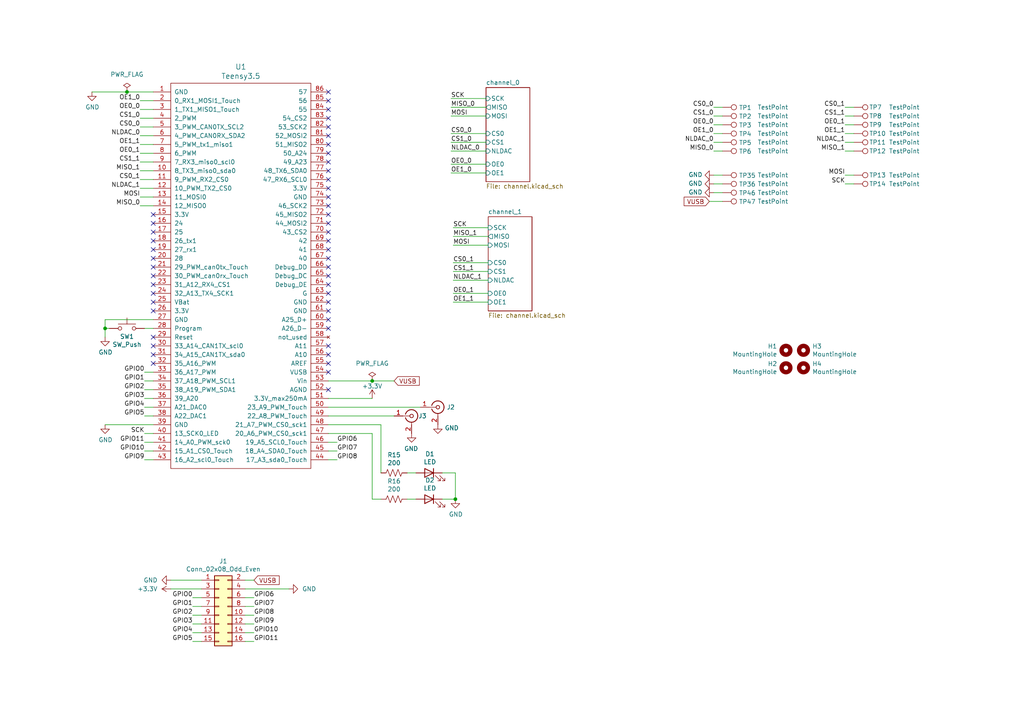
<source format=kicad_sch>
(kicad_sch (version 20230121) (generator eeschema)
  (paper "A4")
  (title_block (title "stimjim") (rev "0.18") (company "Nate Cermak and Jon Newman"))
  (lib_symbols
    (symbol "Connector:Conn_Coaxial" (pin_names (offset 1.016) hide)
      (property "Reference" "J" (at 0.254 3.048 0))
      (property "Value" "Conn_Coaxial" (at 2.921 0 90))
      (symbol "Conn_Coaxial_0_1"
        (arc (start -1.778 -0.508) (mid 0.2311 -1.8066) (end 1.778 0) (stroke (width 0.254)))
        (polyline (pts (xy -2.54 0) (xy -0.508 0)))
        (polyline (pts (xy 0 -2.54) (xy 0 -1.778)))
        (circle (center 0 0) (radius 0.508) (stroke (width 0.2032)))
        (arc (start 1.778 0) (mid 0.2099 1.8101) (end -1.778 0.508) (stroke (width 0.254)))
      )
      (symbol "Conn_Coaxial_1_1"
        (pin passive line (at -5.08 0 0) (length 2.54) (name "In") (number "1"))
        (pin passive line (at 0 -5.08 90) (length 2.54) (name "Ext") (number "2"))
      )
    )
    (symbol "Connector:TestPoint" (pin_numbers hide) (pin_names (offset 0.762) hide)
      (property "Reference" "TP" (at 0 6.858 0))
      (property "Value" "TestPoint" (at 0 5.08 0))
      (symbol "TestPoint_0_1"
        (circle (center 0 3.302) (radius 0.762))
      )
      (symbol "TestPoint_1_1"
        (pin passive line (at 0 0 90) (length 2.54) (name "1") (number "1"))
      )
    )
    (symbol "Connector_Generic:Conn_02x08_Odd_Even" (pin_names (offset 1.016) hide)
      (property "Reference" "J" (at 1.27 10.16 0))
      (property "Value" "Conn_02x08_Odd_Even" (at 1.27 -12.7 0))
      (symbol "Conn_02x08_Odd_Even_1_1"
        (rectangle (start -1.27 -10.033) (end 0 -10.287) (stroke (width 0.1524)))
        (rectangle (start -1.27 -7.493) (end 0 -7.747) (stroke (width 0.1524)))
        (rectangle (start -1.27 -4.953) (end 0 -5.207) (stroke (width 0.1524)))
        (rectangle (start -1.27 -2.413) (end 0 -2.667) (stroke (width 0.1524)))
        (rectangle (start -1.27 0.127) (end 0 -0.127) (stroke (width 0.1524)))
        (rectangle (start -1.27 2.667) (end 0 2.413) (stroke (width 0.1524)))
        (rectangle (start -1.27 5.207) (end 0 4.953) (stroke (width 0.1524)))
        (rectangle (start -1.27 7.747) (end 0 7.493) (stroke (width 0.1524)))
        (rectangle (start -1.27 8.89) (end 3.81 -11.43) (stroke (width 0.254)) (fill (type background)))
        (rectangle (start 3.81 -10.033) (end 2.54 -10.287) (stroke (width 0.1524)))
        (rectangle (start 3.81 -7.493) (end 2.54 -7.747) (stroke (width 0.1524)))
        (rectangle (start 3.81 -4.953) (end 2.54 -5.207) (stroke (width 0.1524)))
        (rectangle (start 3.81 -2.413) (end 2.54 -2.667) (stroke (width 0.1524)))
        (rectangle (start 3.81 0.127) (end 2.54 -0.127) (stroke (width 0.1524)))
        (rectangle (start 3.81 2.667) (end 2.54 2.413) (stroke (width 0.1524)))
        (rectangle (start 3.81 5.207) (end 2.54 4.953) (stroke (width 0.1524)))
        (rectangle (start 3.81 7.747) (end 2.54 7.493) (stroke (width 0.1524)))
        (pin passive line (at -5.08 7.62 0) (length 3.81) (name "Pin_1") (number "1"))
        (pin passive line (at 7.62 -2.54 180) (length 3.81) (name "Pin_10") (number "10"))
        (pin passive line (at -5.08 -5.08 0) (length 3.81) (name "Pin_11") (number "11"))
        (pin passive line (at 7.62 -5.08 180) (length 3.81) (name "Pin_12") (number "12"))
        (pin passive line (at -5.08 -7.62 0) (length 3.81) (name "Pin_13") (number "13"))
        (pin passive line (at 7.62 -7.62 180) (length 3.81) (name "Pin_14") (number "14"))
        (pin passive line (at -5.08 -10.16 0) (length 3.81) (name "Pin_15") (number "15"))
        (pin passive line (at 7.62 -10.16 180) (length 3.81) (name "Pin_16") (number "16"))
        (pin passive line (at 7.62 7.62 180) (length 3.81) (name "Pin_2") (number "2"))
        (pin passive line (at -5.08 5.08 0) (length 3.81) (name "Pin_3") (number "3"))
        (pin passive line (at 7.62 5.08 180) (length 3.81) (name "Pin_4") (number "4"))
        (pin passive line (at -5.08 2.54 0) (length 3.81) (name "Pin_5") (number "5"))
        (pin passive line (at 7.62 2.54 180) (length 3.81) (name "Pin_6") (number "6"))
        (pin passive line (at -5.08 0 0) (length 3.81) (name "Pin_7") (number "7"))
        (pin passive line (at 7.62 0 180) (length 3.81) (name "Pin_8") (number "8"))
        (pin passive line (at -5.08 -2.54 0) (length 3.81) (name "Pin_9") (number "9"))
      )
    )
    (symbol "Device:LED" (pin_numbers hide) (pin_names (offset 1.016) hide)
      (property "Reference" "D" (at 0 2.54 0))
      (property "Value" "LED" (at 0 -2.54 0))
      (symbol "LED_0_1"
        (polyline (pts (xy -1.27 -1.27) (xy -1.27 1.27)) (stroke (width 0.254)))
        (polyline (pts (xy -1.27 0) (xy 1.27 0)))
        (polyline (pts (xy 1.27 -1.27) (xy 1.27 1.27) (xy -1.27 0) (xy 1.27 -1.27)) (stroke (width 0.254)))
        (polyline (pts (xy -3.048 -0.762) (xy -4.572 -2.286) (xy -3.81 -2.286) (xy -4.572 -2.286) (xy -4.572 -1.524)))
        (polyline (pts (xy -1.778 -0.762) (xy -3.302 -2.286) (xy -2.54 -2.286) (xy -3.302 -2.286) (xy -3.302 -1.524)))
      )
      (symbol "LED_1_1"
        (pin passive line (at -3.81 0 0) (length 2.54) (name "K") (number "1"))
        (pin passive line (at 3.81 0 180) (length 2.54) (name "A") (number "2"))
      )
    )
    (symbol "Device:R_US" (pin_numbers hide) (pin_names (offset 0))
      (property "Reference" "R" (at 2.54 0 90))
      (property "Value" "R_US" (at -2.54 0 90))
      (symbol "R_US_0_1"
        (polyline (pts (xy 0 -2.286) (xy 0 -2.54)))
        (polyline (pts (xy 0 2.286) (xy 0 2.54)))
        (polyline (pts (xy 0 -0.762) (xy 1.016 -1.143) (xy 0 -1.524) (xy -1.016 -1.905) (xy 0 -2.286)))
        (polyline (pts (xy 0 0.762) (xy 1.016 0.381) (xy 0 0) (xy -1.016 -0.381) (xy 0 -0.762)))
        (polyline (pts (xy 0 2.286) (xy 1.016 1.905) (xy 0 1.524) (xy -1.016 1.143) (xy 0 0.762)))
      )
      (symbol "R_US_1_1"
        (pin passive line (at 0 3.81 270) (length 1.27) (name "~") (number "1"))
        (pin passive line (at 0 -3.81 90) (length 1.27) (name "~") (number "2"))
      )
    )
    (symbol "Mechanical:MountingHole" (pin_names (offset 1.016))
      (property "Reference" "H" (at 0 5.08 0))
      (property "Value" "MountingHole" (at 0 3.175 0))
      (symbol "MountingHole_0_1"
        (circle (center 0 0) (radius 1.27) (stroke (width 1.27)))
      )
    )
    (symbol "Switch:SW_Push" (pin_numbers hide) (pin_names (offset 1.016) hide)
      (property "Reference" "SW" (at 1.27 2.54 0))
      (property "Value" "SW_Push" (at 0 -1.524 0))
      (symbol "SW_Push_0_1"
        (circle (center -2.032 0) (radius 0.508))
        (polyline (pts (xy 0 1.27) (xy 0 3.048)))
        (polyline (pts (xy 2.54 1.27) (xy -2.54 1.27)))
        (circle (center 2.032 0) (radius 0.508))
        (pin passive line (at -5.08 0 0) (length 2.54) (name "1") (number "1"))
        (pin passive line (at 5.08 0 180) (length 2.54) (name "2") (number "2"))
      )
    )
    (symbol "power:+3.3V" (power) (pin_names (offset 0))
      (property "Value" "+3.3V" (at 0 3.556 0))
      (symbol "+3.3V_0_1"
        (polyline (pts (xy -0.762 1.27) (xy 0 2.54)))
        (polyline (pts (xy 0 0) (xy 0 2.54)))
        (polyline (pts (xy 0 2.54) (xy 0.762 1.27)))
      )
      (symbol "+3.3V_1_1"
        (pin power_in line (at 0 0 90) (length 0) hide (name "+3.3V") (number "1"))
      )
    )
    (symbol "power:GND" (power) (pin_names (offset 0))
      (property "Value" "GND" (at 0 -3.81 0))
      (symbol "GND_0_1"
        (polyline (pts (xy 0 0) (xy 0 -1.27) (xy 1.27 -1.27) (xy 0 -2.54) (xy -1.27 -1.27) (xy 0 -1.27)))
      )
      (symbol "GND_1_1"
        (pin power_in line (at 0 0 270) (length 0) hide (name "GND") (number "1"))
      )
    )
    (symbol "power:PWR_FLAG" (power) (pin_numbers hide) (pin_names (offset 0) hide)
      (property "Value" "PWR_FLAG" (at 0 3.81 0))
      (symbol "PWR_FLAG_0_0"
        (pin power_out line (at 0 0 90) (length 0) (name "pwr") (number "1"))
      )
      (symbol "PWR_FLAG_0_1"
        (polyline (pts (xy 0 0) (xy 0 1.27) (xy -1.016 1.905) (xy 0 2.54) (xy 1.016 1.905) (xy 0 1.27)))
      )
    )
    (symbol "teensy:Teensy3.5" (pin_names (offset 1.016))
      (property "Reference" "U" (at 0 58.42 0))
      (property "Value" "Teensy3.5" (at 0 -58.42 0))
      (symbol "Teensy3.5_0_1"
        (rectangle (start -20.32 55.88) (end 20.32 -55.88))
      )
      (symbol "Teensy3.5_1_1"
        (pin power_in line (at -25.4 53.34 0) (length 5.08) (name "GND") (number "1"))
        (pin bidirectional line (at -25.4 30.48 0) (length 5.08) (name "8_TX3_miso0_sda0") (number "10"))
        (pin bidirectional line (at -25.4 27.94 0) (length 5.08) (name "9_PWM_RX2_CS0") (number "11"))
        (pin bidirectional line (at -25.4 25.4 0) (length 5.08) (name "10_PWM_TX2_CS0") (number "12"))
        (pin bidirectional line (at -25.4 22.86 0) (length 5.08) (name "11_MOSI0") (number "13"))
        (pin bidirectional line (at -25.4 20.32 0) (length 5.08) (name "12_MISO0") (number "14"))
        (pin power_out line (at -25.4 17.78 0) (length 5.08) (name "3.3V") (number "15"))
        (pin bidirectional line (at -25.4 15.24 0) (length 5.08) (name "24") (number "16"))
        (pin bidirectional line (at -25.4 12.7 0) (length 5.08) (name "25") (number "17"))
        (pin bidirectional line (at -25.4 10.16 0) (length 5.08) (name "26_tx1") (number "18"))
        (pin bidirectional line (at -25.4 7.62 0) (length 5.08) (name "27_rx1") (number "19"))
        (pin bidirectional line (at -25.4 50.8 0) (length 5.08) (name "0_RX1_MOSI1_Touch") (number "2"))
        (pin bidirectional line (at -25.4 5.08 0) (length 5.08) (name "28") (number "20"))
        (pin bidirectional line (at -25.4 2.54 0) (length 5.08) (name "29_PWM_can0tx_Touch") (number "21"))
        (pin bidirectional line (at -25.4 0 0) (length 5.08) (name "30_PWM_can0rx_Touch") (number "22"))
        (pin bidirectional line (at -25.4 -2.54 0) (length 5.08) (name "31_A12_RX4_CS1") (number "23"))
        (pin bidirectional line (at -25.4 -5.08 0) (length 5.08) (name "32_A13_TX4_SCK1") (number "24"))
        (pin power_in line (at -25.4 -7.62 0) (length 5.08) (name "VBat") (number "25"))
        (pin power_in line (at -25.4 -10.16 0) (length 5.08) (name "3.3V") (number "26"))
        (pin power_in line (at -25.4 -12.7 0) (length 5.08) (name "GND") (number "27"))
        (pin input line (at -25.4 -15.24 0) (length 5.08) (name "Program") (number "28"))
        (pin input line (at -25.4 -17.78 0) (length 5.08) (name "Reset") (number "29"))
        (pin bidirectional line (at -25.4 48.26 0) (length 5.08) (name "1_TX1_MISO1_Touch") (number "3"))
        (pin bidirectional line (at -25.4 -20.32 0) (length 5.08) (name "33_A14_CAN1TX_scl0") (number "30"))
        (pin bidirectional line (at -25.4 -22.86 0) (length 5.08) (name "34_A15_CAN1TX_sda0") (number "31"))
        (pin bidirectional line (at -25.4 -25.4 0) (length 5.08) (name "35_A16_PWM") (number "32"))
        (pin bidirectional line (at -25.4 -27.94 0) (length 5.08) (name "36_A17_PWM") (number "33"))
        (pin bidirectional line (at -25.4 -30.48 0) (length 5.08) (name "37_A18_PWM_SCL1") (number "34"))
        (pin bidirectional line (at -25.4 -33.02 0) (length 5.08) (name "38_A19_PWM_SDA1") (number "35"))
        (pin bidirectional line (at -25.4 -35.56 0) (length 5.08) (name "39_A20") (number "36"))
        (pin bidirectional line (at -25.4 -38.1 0) (length 5.08) (name "A21_DAC0") (number "37"))
        (pin bidirectional line (at -25.4 -40.64 0) (length 5.08) (name "A22_DAC1") (number "38"))
        (pin power_in line (at -25.4 -43.18 0) (length 5.08) (name "GND") (number "39"))
        (pin bidirectional line (at -25.4 45.72 0) (length 5.08) (name "2_PWM") (number "4"))
        (pin bidirectional line (at -25.4 -45.72 0) (length 5.08) (name "13_SCK0_LED") (number "40"))
        (pin bidirectional line (at -25.4 -48.26 0) (length 5.08) (name "14_A0_PWM_sck0") (number "41"))
        (pin bidirectional line (at -25.4 -50.8 0) (length 5.08) (name "15_A1_CS0_Touch") (number "42"))
        (pin bidirectional line (at -25.4 -53.34 0) (length 5.08) (name "16_A2_scl0_Touch") (number "43"))
        (pin bidirectional line (at 25.4 -53.34 180) (length 5.08) (name "17_A3_sda0_Touch") (number "44"))
        (pin bidirectional line (at 25.4 -50.8 180) (length 5.08) (name "18_A4_SDA0_Touch") (number "45"))
        (pin bidirectional line (at 25.4 -48.26 180) (length 5.08) (name "19_A5_SCL0_Touch") (number "46"))
        (pin bidirectional line (at 25.4 -45.72 180) (length 5.08) (name "20_A6_PWM_CS0_sck1") (number "47"))
        (pin bidirectional line (at 25.4 -43.18 180) (length 5.08) (name "21_A7_PWM_CS0_sck1") (number "48"))
        (pin bidirectional line (at 25.4 -40.64 180) (length 5.08) (name "22_A8_PWM_Touch") (number "49"))
        (pin bidirectional line (at -25.4 43.18 0) (length 5.08) (name "3_PWM_CAN0TX_SCL2") (number "5"))
        (pin bidirectional line (at 25.4 -38.1 180) (length 5.08) (name "23_A9_PWM_Touch") (number "50"))
        (pin power_out line (at 25.4 -35.56 180) (length 5.08) (name "3.3V_max250mA") (number "51"))
        (pin power_out line (at 25.4 -33.02 180) (length 5.08) (name "AGND") (number "52"))
        (pin power_in line (at 25.4 -30.48 180) (length 5.08) (name "Vin") (number "53"))
        (pin power_in line (at 25.4 -27.94 180) (length 5.08) (name "VUSB") (number "54"))
        (pin input line (at 25.4 -25.4 180) (length 5.08) (name "AREF") (number "55"))
        (pin bidirectional line (at 25.4 -22.86 180) (length 5.08) (name "A10") (number "56"))
        (pin bidirectional line (at 25.4 -20.32 180) (length 5.08) (name "A11") (number "57"))
        (pin no_connect line (at 25.4 -17.78 180) (length 5.08) (name "not_used") (number "58"))
        (pin bidirectional line (at 25.4 -15.24 180) (length 5.08) (name "A26_D-") (number "59"))
        (pin bidirectional line (at -25.4 40.64 0) (length 5.08) (name "4_PWM_CAN0RX_SDA2") (number "6"))
        (pin bidirectional line (at 25.4 -12.7 180) (length 5.08) (name "A25_D+") (number "60"))
        (pin power_in line (at 25.4 -10.16 180) (length 5.08) (name "GND") (number "61"))
        (pin power_in line (at 25.4 -7.62 180) (length 5.08) (name "GND") (number "62"))
        (pin power_in line (at 25.4 -5.08 180) (length 5.08) (name "G") (number "63"))
        (pin input line (at 25.4 -2.54 180) (length 5.08) (name "Debug_DE") (number "64"))
        (pin input line (at 25.4 0 180) (length 5.08) (name "Debug_DC") (number "65"))
        (pin input line (at 25.4 2.54 180) (length 5.08) (name "Debug_DD") (number "66"))
        (pin bidirectional line (at 25.4 5.08 180) (length 5.08) (name "40") (number "67"))
        (pin bidirectional line (at 25.4 7.62 180) (length 5.08) (name "41") (number "68"))
        (pin bidirectional line (at 25.4 10.16 180) (length 5.08) (name "42") (number "69"))
        (pin bidirectional line (at -25.4 38.1 0) (length 5.08) (name "5_PWM_tx1_miso1") (number "7"))
        (pin bidirectional line (at 25.4 12.7 180) (length 5.08) (name "43_CS2") (number "70"))
        (pin bidirectional line (at 25.4 15.24 180) (length 5.08) (name "44_MOSI2") (number "71"))
        (pin bidirectional line (at 25.4 17.78 180) (length 5.08) (name "45_MISO2") (number "72"))
        (pin bidirectional line (at 25.4 20.32 180) (length 5.08) (name "46_SCK2") (number "73"))
        (pin power_in line (at 25.4 22.86 180) (length 5.08) (name "GND") (number "74"))
        (pin power_in line (at 25.4 25.4 180) (length 5.08) (name "3.3V") (number "75"))
        (pin bidirectional line (at 25.4 27.94 180) (length 5.08) (name "47_RX6_SCL0") (number "76"))
        (pin bidirectional line (at 25.4 30.48 180) (length 5.08) (name "48_TX6_SDA0") (number "77"))
        (pin bidirectional line (at 25.4 33.02 180) (length 5.08) (name "49_A23") (number "78"))
        (pin bidirectional line (at 25.4 35.56 180) (length 5.08) (name "50_A24") (number "79"))
        (pin bidirectional line (at -25.4 35.56 0) (length 5.08) (name "6_PWM") (number "8"))
        (pin bidirectional line (at 25.4 38.1 180) (length 5.08) (name "51_MISO2") (number "80"))
        (pin bidirectional line (at 25.4 40.64 180) (length 5.08) (name "52_MOSI2") (number "81"))
        (pin bidirectional line (at 25.4 43.18 180) (length 5.08) (name "53_SCK2") (number "82"))
        (pin bidirectional line (at 25.4 45.72 180) (length 5.08) (name "54_CS2") (number "83"))
        (pin bidirectional line (at 25.4 48.26 180) (length 5.08) (name "55") (number "84"))
        (pin bidirectional line (at 25.4 50.8 180) (length 5.08) (name "56") (number "85"))
        (pin bidirectional line (at 25.4 53.34 180) (length 5.08) (name "57") (number "86"))
        (pin bidirectional line (at -25.4 33.02 0) (length 5.08) (name "7_RX3_miso0_scl0") (number "9"))
      )
    )
  )
  (junction (at 30.48 95.25))
  (junction (at 132.08 144.78))
  (junction (at 107.95 110.49))
  (junction (at 36.83 26.67))
  (no_connect (at 95.25 44.45))
  (no_connect (at 95.25 107.95))
  (no_connect (at 95.25 77.47))
  (no_connect (at 95.25 67.31))
  (no_connect (at 44.45 87.63))
  (no_connect (at 44.45 90.17))
  (no_connect (at 44.45 85.09))
  (no_connect (at 44.45 82.55))
  (no_connect (at 44.45 80.01))
  (no_connect (at 44.45 74.93))
  (no_connect (at 44.45 69.85))
  (no_connect (at 44.45 72.39))
  (no_connect (at 44.45 77.47))
  (no_connect (at 44.45 62.23))
  (no_connect (at 44.45 64.77))
  (no_connect (at 44.45 67.31))
  (no_connect (at 44.45 97.79))
  (no_connect (at 44.45 100.33))
  (no_connect (at 44.45 102.87))
  (no_connect (at 44.45 105.41))
  (no_connect (at 95.25 39.37))
  (no_connect (at 95.25 72.39))
  (no_connect (at 95.25 100.33))
  (no_connect (at 95.25 57.15))
  (no_connect (at 95.25 46.99))
  (no_connect (at 95.25 59.69))
  (no_connect (at 95.25 82.55))
  (no_connect (at 95.25 102.87))
  (no_connect (at 95.25 64.77))
  (no_connect (at 95.25 26.67))
  (no_connect (at 95.25 85.09))
  (no_connect (at 95.25 113.03))
  (no_connect (at 95.25 90.17))
  (no_connect (at 95.25 69.85))
  (no_connect (at 95.25 74.93))
  (no_connect (at 95.25 95.25))
  (no_connect (at 95.25 34.29))
  (no_connect (at 95.25 36.83))
  (no_connect (at 95.25 54.61))
  (no_connect (at 95.25 62.23))
  (no_connect (at 95.25 29.21))
  (no_connect (at 95.25 92.71))
  (no_connect (at 95.25 105.41))
  (no_connect (at 95.25 52.07))
  (no_connect (at 95.25 31.75))
  (no_connect (at 95.25 87.63))
  (no_connect (at 95.25 41.91))
  (no_connect (at 95.25 80.01))
  (no_connect (at 95.25 49.53))
  (wire (pts (xy 71.12 180.975) (xy 73.66 180.975)))
  (wire (pts (xy 40.64 39.37) (xy 44.45 39.37)))
  (wire (pts (xy 44.45 92.71) (xy 30.48 92.71)))
  (wire (pts (xy 41.91 125.73) (xy 44.45 125.73)))
  (wire (pts (xy 95.25 123.19) (xy 110.49 123.19)))
  (wire (pts (xy 245.11 41.275) (xy 247.65 41.275)))
  (wire (pts (xy 71.12 173.355) (xy 73.66 173.355)))
  (wire (pts (xy 131.445 68.58) (xy 141.605 68.58)))
  (wire (pts (xy 130.81 33.655) (xy 140.97 33.655)))
  (wire (pts (xy 245.11 43.815) (xy 247.65 43.815)))
  (wire (pts (xy 110.49 123.19) (xy 110.49 137.16)))
  (wire (pts (xy 44.45 118.11) (xy 41.91 118.11)))
  (wire (pts (xy 245.11 53.34) (xy 247.65 53.34)))
  (wire (pts (xy 131.445 78.74) (xy 141.605 78.74)))
  (wire (pts (xy 95.25 125.73) (xy 107.95 125.73)))
  (wire (pts (xy 40.64 59.69) (xy 44.45 59.69)))
  (wire (pts (xy 207.01 38.735) (xy 209.55 38.735)))
  (wire (pts (xy 131.445 76.2) (xy 141.605 76.2)))
  (wire (pts (xy 207.01 31.115) (xy 209.55 31.115)))
  (wire (pts (xy 107.95 125.73) (xy 107.95 144.78)))
  (wire (pts (xy 132.08 137.16) (xy 132.08 144.78)))
  (wire (pts (xy 245.11 33.655) (xy 247.65 33.655)))
  (wire (pts (xy 97.79 128.27) (xy 95.25 128.27)))
  (wire (pts (xy 44.45 26.67) (xy 36.83 26.67)))
  (wire (pts (xy 71.12 183.515) (xy 73.66 183.515)))
  (wire (pts (xy 245.11 36.195) (xy 247.65 36.195)))
  (wire (pts (xy 40.64 29.21) (xy 44.45 29.21)))
  (wire (pts (xy 44.45 113.03) (xy 41.91 113.03)))
  (wire (pts (xy 30.48 92.71) (xy 30.48 95.25)))
  (wire (pts (xy 207.01 43.815) (xy 209.55 43.815)))
  (wire (pts (xy 207.01 41.275) (xy 209.55 41.275)))
  (wire (pts (xy 130.81 38.735) (xy 140.97 38.735)))
  (wire (pts (xy 71.12 178.435) (xy 73.66 178.435)))
  (wire (pts (xy 130.81 28.575) (xy 140.97 28.575)))
  (wire (pts (xy 131.445 66.04) (xy 141.605 66.04)))
  (wire (pts (xy 55.88 173.355) (xy 58.42 173.355)))
  (wire (pts (xy 49.53 170.815) (xy 58.42 170.815)))
  (wire (pts (xy 44.45 107.95) (xy 41.91 107.95)))
  (wire (pts (xy 44.45 46.99) (xy 40.64 46.99)))
  (wire (pts (xy 40.64 31.75) (xy 44.45 31.75)))
  (wire (pts (xy 73.66 168.275) (xy 71.12 168.275)))
  (wire (pts (xy 31.75 95.25) (xy 30.48 95.25)))
  (wire (pts (xy 245.11 31.115) (xy 247.65 31.115)))
  (wire (pts (xy 41.91 120.65) (xy 44.45 120.65)))
  (wire (pts (xy 71.12 175.895) (xy 73.66 175.895)))
  (wire (pts (xy 95.25 120.65) (xy 114.3 120.65)))
  (wire (pts (xy 130.81 41.275) (xy 140.97 41.275)))
  (wire (pts (xy 41.91 128.27) (xy 44.45 128.27)))
  (wire (pts (xy 30.48 95.25) (xy 30.48 97.79)))
  (wire (pts (xy 205.74 58.42) (xy 209.55 58.42)))
  (wire (pts (xy 95.25 118.11) (xy 121.92 118.11)))
  (wire (pts (xy 130.81 47.625) (xy 140.97 47.625)))
  (wire (pts (xy 40.64 52.07) (xy 44.45 52.07)))
  (wire (pts (xy 107.95 110.49) (xy 114.3 110.49)))
  (wire (pts (xy 55.88 178.435) (xy 58.42 178.435)))
  (wire (pts (xy 44.45 41.91) (xy 40.64 41.91)))
  (wire (pts (xy 40.64 49.53) (xy 44.45 49.53)))
  (wire (pts (xy 58.42 168.275) (xy 49.53 168.275)))
  (wire (pts (xy 131.445 85.09) (xy 141.605 85.09)))
  (wire (pts (xy 131.445 81.28) (xy 141.605 81.28)))
  (wire (pts (xy 97.79 130.81) (xy 95.25 130.81)))
  (wire (pts (xy 55.88 175.895) (xy 58.42 175.895)))
  (wire (pts (xy 207.01 53.34) (xy 209.55 53.34)))
  (wire (pts (xy 207.01 50.8) (xy 209.55 50.8)))
  (wire (pts (xy 71.12 186.055) (xy 73.66 186.055)))
  (wire (pts (xy 40.64 36.83) (xy 44.45 36.83)))
  (wire (pts (xy 207.01 55.88) (xy 209.55 55.88)))
  (wire (pts (xy 30.48 123.19) (xy 44.45 123.19)))
  (wire (pts (xy 118.11 144.78) (xy 120.65 144.78)))
  (wire (pts (xy 245.11 50.8) (xy 247.65 50.8)))
  (wire (pts (xy 245.11 38.735) (xy 247.65 38.735)))
  (wire (pts (xy 58.42 186.055) (xy 55.88 186.055)))
  (wire (pts (xy 128.27 144.78) (xy 132.08 144.78)))
  (wire (pts (xy 40.64 34.29) (xy 44.45 34.29)))
  (wire (pts (xy 207.01 36.195) (xy 209.55 36.195)))
  (wire (pts (xy 55.88 180.975) (xy 58.42 180.975)))
  (wire (pts (xy 97.79 133.35) (xy 95.25 133.35)))
  (wire (pts (xy 207.01 33.655) (xy 209.55 33.655)))
  (wire (pts (xy 40.64 54.61) (xy 44.45 54.61)))
  (wire (pts (xy 71.12 170.815) (xy 83.82 170.815)))
  (wire (pts (xy 131.445 71.12) (xy 141.605 71.12)))
  (wire (pts (xy 41.91 115.57) (xy 44.45 115.57)))
  (wire (pts (xy 44.45 57.15) (xy 40.64 57.15)))
  (wire (pts (xy 95.25 110.49) (xy 107.95 110.49)))
  (wire (pts (xy 36.83 26.67) (xy 26.67 26.67)))
  (wire (pts (xy 128.27 137.16) (xy 132.08 137.16)))
  (wire (pts (xy 41.91 95.25) (xy 44.45 95.25)))
  (wire (pts (xy 41.91 133.35) (xy 44.45 133.35)))
  (wire (pts (xy 55.88 183.515) (xy 58.42 183.515)))
  (wire (pts (xy 131.445 87.63) (xy 141.605 87.63)))
  (wire (pts (xy 95.25 115.57) (xy 107.95 115.57)))
  (wire (pts (xy 110.49 144.78) (xy 107.95 144.78)))
  (wire (pts (xy 130.81 43.815) (xy 140.97 43.815)))
  (wire (pts (xy 41.91 130.81) (xy 44.45 130.81)))
  (wire (pts (xy 118.11 137.16) (xy 120.65 137.16)))
  (wire (pts (xy 130.81 50.165) (xy 140.97 50.165)))
  (wire (pts (xy 130.81 31.115) (xy 140.97 31.115)))
  (wire (pts (xy 40.64 44.45) (xy 44.45 44.45)))
  (wire (pts (xy 41.91 110.49) (xy 44.45 110.49)))
  (label "CS1_1" (at 245.11 33.655 180))
  (label "GPIO11" (at 41.91 128.27 180))
  (label "GPIO2" (at 41.91 113.03 180))
  (label "GPIO4" (at 41.91 118.11 180))
  (label "GPIO9" (at 41.91 133.35 180))
  (label "MOSI" (at 131.445 71.12 0))
  (label "CS0_1" (at 131.445 76.2 0))
  (label "SCK" (at 131.445 66.04 0))
  (label "CS1_0" (at 207.01 33.655 180))
  (label "MISO_0" (at 207.01 43.815 180))
  (label "OE1_1" (at 131.445 87.63 0))
  (label "GPIO10" (at 41.91 130.81 180))
  (label "OE0_0" (at 207.01 36.195 180))
  (label "MISO_0" (at 130.81 31.115 0))
  (label "CS0_0" (at 130.81 38.735 0))
  (label "CS1_1" (at 131.445 78.74 0))
  (label "MISO_1" (at 40.64 49.53 180))
  (label "CS0_0" (at 40.64 36.83 180))
  (label "NLDAC_0" (at 207.01 41.275 180))
  (label "GPIO3" (at 55.88 180.975 180))
  (label "OE0_1" (at 245.11 36.195 180))
  (label "CS1_0" (at 130.81 41.275 0))
  (label "GPIO6" (at 97.79 128.27 0))
  (label "OE0_0" (at 40.64 31.75 180))
  (label "GPIO1" (at 55.88 175.895 180))
  (label "GPIO4" (at 55.88 183.515 180))
  (label "MISO_1" (at 131.445 68.58 0))
  (label "GPIO2" (at 55.88 178.435 180))
  (label "NLDAC_1" (at 245.11 41.275 180))
  (label "OE1_1" (at 245.11 38.735 180))
  (label "GPIO7" (at 73.66 175.895 0))
  (label "GPIO10" (at 73.66 183.515 0))
  (label "NLDAC_0" (at 40.64 39.37 180))
  (label "GPIO1" (at 41.91 110.49 180))
  (label "GPIO3" (at 41.91 115.57 180))
  (label "MISO_1" (at 245.11 43.815 180))
  (label "OE1_0" (at 40.64 29.21 180))
  (label "OE1_0" (at 207.01 38.735 180))
  (label "GPIO0" (at 41.91 107.95 180))
  (label "GPIO5" (at 55.88 186.055 180))
  (label "CS0_1" (at 40.64 52.07 180))
  (label "CS0_0" (at 207.01 31.115 180))
  (label "NLDAC_1" (at 131.445 81.28 0))
  (label "GPIO5" (at 41.91 120.65 180))
  (label "SCK" (at 130.81 28.575 0))
  (label "GPIO8" (at 97.79 133.35 0))
  (label "OE0_1" (at 131.445 85.09 0))
  (label "CS0_1" (at 245.11 31.115 180))
  (label "GPIO11" (at 73.66 186.055 0))
  (label "OE0_0" (at 130.81 47.625 0))
  (label "GPIO6" (at 73.66 173.355 0))
  (label "SCK" (at 41.91 125.73 180))
  (label "GPIO7" (at 97.79 130.81 0))
  (label "OE0_1" (at 40.64 44.45 180))
  (label "GPIO0" (at 55.88 173.355 180))
  (label "CS1_1" (at 40.64 46.99 180))
  (label "OE1_1" (at 40.64 41.91 180))
  (label "NLDAC_0" (at 130.81 43.815 0))
  (label "MISO_0" (at 40.64 59.69 180))
  (label "GPIO8" (at 73.66 178.435 0))
  (label "GPIO9" (at 73.66 180.975 0))
  (label "CS1_0" (at 40.64 34.29 180))
  (label "MOSI" (at 130.81 33.655 0))
  (label "MOSI" (at 245.11 50.8 180))
  (label "NLDAC_1" (at 40.64 54.61 180))
  (label "SCK" (at 245.11 53.34 180))
  (label "MOSI" (at 40.64 57.15 180))
  (label "OE1_0" (at 130.81 50.165 0))
  (global_label "VUSB" (shape input) (at 114.3 110.49 0) (property "Intersheetrefs" "${INTERSHEET_REFS}" (effects hide)))
  (global_label "VUSB" (shape input) (at 205.74 58.42 180) (property "Intersheetrefs" "${INTERSHEET_REFS}" (effects hide)))
  (global_label "VUSB" (shape input) (at 73.66 168.275 0) (property "Intersheetrefs" "${INTERSHEET_REFS}" (effects hide)))
  (symbol (lib_id "teensy:Teensy3.5") (at 69.85 80.01 0) (unit 1)
    (property "Reference" "U1" (at 69.85 19.3802 0) (effects (font (size 1.524 1.524))))
    (property "Value" "Teensy3.5" (at 69.85 22.0726 0) (effects (font (size 1.524 1.524))))
    (property "Footprint" "microstim:Teensy35_36_noInternalPins" (effects hide))
  )
  (symbol (lib_id "power:GND") (at 26.67 26.67 0) (unit 1)
    (property "Reference" "#PWR02" (effects hide))
    (property "Value" "GND" (at 26.797 31.0642 0))
  )
  (symbol (lib_id "Connector:Conn_Coaxial") (at 119.38 120.65 0) (unit 1)
    (property "Reference" "J3" (at 122.555 120.65 0))
    (property "Value" "Conn_Coaxial" (effects hide))
    (property "Footprint" "microstim:731375003" (effects hide))
    (property "Datasheet" " ~" (effects hide))
  )
  (symbol (lib_id "power:GND") (at 119.38 125.73 0) (mirror y) (unit 1)
    (property "Reference" "#PWR07" (effects hide))
    (property "Value" "GND" (at 119.253 130.1242 0))
  )
  (symbol (lib_id "Connector:Conn_Coaxial") (at 127 118.11 0) (unit 1)
    (property "Reference" "J2" (at 129.54 118.11 0) (effects (justify left)))
    (property "Value" "Conn_Coaxial" (effects hide))
    (property "Footprint" "microstim:731375003" (effects hide))
    (property "Datasheet" " ~" (effects hide))
  )
  (symbol (lib_id "power:GND") (at 127 123.19 0) (mirror y) (unit 1)
    (property "Reference" "#PWR06" (effects hide))
    (property "Value" "GND" (at 128.9812 124.1298 0) (effects (justify right)))
  )
  (symbol (lib_id "Mechanical:MountingHole") (at 227.965 101.6 0) (unit 1)
    (property "Reference" "H1" (at 225.425 100.4316 0) (effects (justify right)))
    (property "Value" "MountingHole" (at 225.425 102.743 0) (effects (justify right)))
    (property "Footprint" "MountingHole:MountingHole_4.3mm_M4" (effects hide))
  )
  (symbol (lib_id "Mechanical:MountingHole") (at 227.965 106.68 0) (unit 1)
    (property "Reference" "H2" (at 225.425 105.5116 0) (effects (justify right)))
    (property "Value" "MountingHole" (at 225.425 107.823 0) (effects (justify right)))
    (property "Footprint" "MountingHole:MountingHole_4.3mm_M4" (effects hide))
  )
  (symbol (lib_id "Mechanical:MountingHole") (at 233.045 101.6 0) (unit 1)
    (property "Reference" "H3" (at 235.585 100.4316 0) (effects (justify left)))
    (property "Value" "MountingHole" (at 235.585 102.743 0) (effects (justify left)))
    (property "Footprint" "MountingHole:MountingHole_4.3mm_M4" (effects hide))
  )
  (symbol (lib_id "Mechanical:MountingHole") (at 233.045 106.68 0) (unit 1)
    (property "Reference" "H4" (at 235.585 105.5116 0) (effects (justify left)))
    (property "Value" "MountingHole" (at 235.585 107.823 0) (effects (justify left)))
    (property "Footprint" "MountingHole:MountingHole_4.3mm_M4" (effects hide))
  )
  (symbol (lib_id "power:+3.3V") (at 107.95 115.57 0) (unit 1)
    (property "Reference" "#PWR013" (effects hide))
    (property "Value" "+3.3V" (at 107.95 112.014 0))
  )
  (symbol (lib_id "power:GND") (at 49.53 168.275 270) (mirror x) (unit 1)
    (property "Reference" "#PWR05" (effects hide))
    (property "Value" "GND" (at 45.72 168.2749 90) (effects (justify right)))
  )
  (symbol (lib_id "power:GND") (at 30.48 97.79 0) (unit 1)
    (property "Reference" "#PWR04" (effects hide))
    (property "Value" "GND" (at 30.607 102.1842 0))
  )
  (symbol (lib_id "Switch:SW_Push") (at 36.83 95.25 0) (unit 1)
    (property "Reference" "SW1" (at 36.83 97.6122 0))
    (property "Value" "SW_Push" (at 36.83 99.9236 0))
    (property "Footprint" "microstim:EVQ-PF303K" (effects hide))
  )
  (symbol (lib_id "power:GND") (at 30.48 123.19 0) (unit 1)
    (property "Reference" "#PWR0110" (effects hide))
    (property "Value" "GND" (at 30.607 127.5842 0))
  )
  (symbol (lib_id "power:+3.3V") (at 49.53 170.815 90) (mirror x) (unit 1)
    (property "Reference" "#PWR012" (effects hide))
    (property "Value" "+3.3V" (at 45.72 170.8149 90) (effects (justify left)))
  )
  (symbol (lib_id "Device:LED") (at 124.46 137.16 0) (mirror y) (unit 1)
    (property "Reference" "D1" (at 124.6886 131.6736 0))
    (property "Value" "LED" (at 124.6886 133.985 0))
    (property "Footprint" "microstim:LED_D5.0mm_Horizontal_O1.27mm_Z3.0mm_pinSwapped" (effects hide))
  )
  (symbol (lib_id "Device:LED") (at 124.46 144.78 0) (mirror y) (unit 1)
    (property "Reference" "D2" (at 124.6886 139.2936 0))
    (property "Value" "LED" (at 124.6886 141.605 0))
    (property "Footprint" "microstim:LED_D5.0mm_Horizontal_O1.27mm_Z3.0mm_pinSwapped" (effects hide))
  )
  (symbol (lib_id "Connector:TestPoint") (at 247.65 31.115 270) (unit 1)
    (property "Reference" "TP7" (at 252.095 31.115 90) (effects (justify left)))
    (property "Value" "TestPoint" (at 257.81 31.115 90) (effects (justify left)))
    (property "Footprint" "TestPoint:TestPoint_THTPad_D1.0mm_Drill0.5mm" (effects hide))
  )
  (symbol (lib_id "Connector:TestPoint") (at 247.65 33.655 270) (unit 1)
    (property "Reference" "TP8" (at 252.095 33.655 90) (effects (justify left)))
    (property "Value" "TestPoint" (at 257.81 33.655 90) (effects (justify left)))
    (property "Footprint" "TestPoint:TestPoint_THTPad_D1.0mm_Drill0.5mm" (effects hide))
  )
  (symbol (lib_id "Connector:TestPoint") (at 247.65 36.195 270) (unit 1)
    (property "Reference" "TP9" (at 252.095 36.195 90) (effects (justify left)))
    (property "Value" "TestPoint" (at 257.81 36.195 90) (effects (justify left)))
    (property "Footprint" "TestPoint:TestPoint_THTPad_D1.0mm_Drill0.5mm" (effects hide))
  )
  (symbol (lib_id "Connector:TestPoint") (at 247.65 38.735 270) (unit 1)
    (property "Reference" "TP10" (at 252.095 38.735 90) (effects (justify left)))
    (property "Value" "TestPoint" (at 257.81 38.735 90) (effects (justify left)))
    (property "Footprint" "TestPoint:TestPoint_THTPad_D1.0mm_Drill0.5mm" (effects hide))
  )
  (symbol (lib_id "Connector:TestPoint") (at 247.65 50.8 270) (unit 1)
    (property "Reference" "TP13" (at 252.095 50.8 90) (effects (justify left)))
    (property "Value" "TestPoint" (at 257.81 50.8 90) (effects (justify left)))
    (property "Footprint" "TestPoint:TestPoint_THTPad_D1.0mm_Drill0.5mm" (effects hide))
  )
  (symbol (lib_id "Connector:TestPoint") (at 247.65 53.34 270) (unit 1)
    (property "Reference" "TP14" (at 252.095 53.34 90) (effects (justify left)))
    (property "Value" "TestPoint" (at 257.81 53.34 90) (effects (justify left)))
    (property "Footprint" "TestPoint:TestPoint_THTPad_D1.0mm_Drill0.5mm" (effects hide))
  )
  (symbol (lib_id "Connector:TestPoint") (at 247.65 41.275 270) (unit 1)
    (property "Reference" "TP11" (at 252.095 41.275 90) (effects (justify left)))
    (property "Value" "TestPoint" (at 257.81 41.275 90) (effects (justify left)))
    (property "Footprint" "TestPoint:TestPoint_THTPad_D1.0mm_Drill0.5mm" (effects hide))
  )
  (symbol (lib_id "Connector:TestPoint") (at 247.65 43.815 270) (unit 1)
    (property "Reference" "TP12" (at 252.095 43.815 90) (effects (justify left)))
    (property "Value" "TestPoint" (at 257.81 43.815 90) (effects (justify left)))
    (property "Footprint" "TestPoint:TestPoint_THTPad_D1.0mm_Drill0.5mm" (effects hide))
  )
  (symbol (lib_id "Connector_Generic:Conn_02x08_Odd_Even") (at 63.5 175.895 0) (unit 1)
    (property "Reference" "J1" (at 64.77 162.7632 0))
    (property "Value" "Conn_02x08_Odd_Even" (at 64.77 165.0746 0))
    (property "Footprint" "microstim:Multicomp_MC9A22-1634_2x08x2.54mm_Angled" (effects hide))
  )
  (symbol (lib_id "Connector:TestPoint") (at 209.55 41.275 270) (unit 1)
    (property "Reference" "TP5" (at 214.3252 41.3766 90) (effects (justify left)))
    (property "Value" "TestPoint" (at 219.71 41.275 90) (effects (justify left)))
    (property "Footprint" "TestPoint:TestPoint_THTPad_D1.0mm_Drill0.5mm" (effects hide))
  )
  (symbol (lib_id "Connector:TestPoint") (at 209.55 43.815 270) (unit 1)
    (property "Reference" "TP6" (at 214.3252 43.9166 90) (effects (justify left)))
    (property "Value" "TestPoint" (at 219.71 43.815 90) (effects (justify left)))
    (property "Footprint" "TestPoint:TestPoint_THTPad_D1.0mm_Drill0.5mm" (effects hide))
  )
  (symbol (lib_id "Connector:TestPoint") (at 209.55 31.115 270) (unit 1)
    (property "Reference" "TP1" (at 214.3252 31.2166 90) (effects (justify left)))
    (property "Value" "TestPoint" (at 219.71 31.115 90) (effects (justify left)))
    (property "Footprint" "TestPoint:TestPoint_THTPad_D1.0mm_Drill0.5mm" (effects hide))
  )
  (symbol (lib_id "Connector:TestPoint") (at 209.55 33.655 270) (unit 1)
    (property "Reference" "TP2" (at 214.3252 33.7566 90) (effects (justify left)))
    (property "Value" "TestPoint" (at 219.71 33.655 90) (effects (justify left)))
    (property "Footprint" "TestPoint:TestPoint_THTPad_D1.0mm_Drill0.5mm" (effects hide))
  )
  (symbol (lib_id "Connector:TestPoint") (at 209.55 36.195 270) (unit 1)
    (property "Reference" "TP3" (at 214.3252 36.2966 90) (effects (justify left)))
    (property "Value" "TestPoint" (at 219.71 36.195 90) (effects (justify left)))
    (property "Footprint" "TestPoint:TestPoint_THTPad_D1.0mm_Drill0.5mm" (effects hide))
  )
  (symbol (lib_id "Connector:TestPoint") (at 209.55 38.735 270) (unit 1)
    (property "Reference" "TP4" (at 214.3252 38.8366 90) (effects (justify left)))
    (property "Value" "TestPoint" (at 219.71 38.735 90) (effects (justify left)))
    (property "Footprint" "TestPoint:TestPoint_THTPad_D1.0mm_Drill0.5mm" (effects hide))
  )
  (symbol (lib_id "power:GND") (at 83.82 170.815 90) (mirror x) (unit 1)
    (property "Reference" "#PWR0113" (effects hide))
    (property "Value" "GND" (at 87.63 170.8149 90) (effects (justify right)))
  )
  (symbol (lib_id "Device:R_US") (at 114.3 137.16 270) (unit 1)
    (property "Reference" "R15" (at 114.3 131.953 90))
    (property "Value" "200" (at 114.3 134.2644 90))
    (property "Footprint" "Resistor_SMD:R_0603_1608Metric" (effects hide))
  )
  (symbol (lib_id "Device:R_US") (at 114.3 144.78 270) (unit 1)
    (property "Reference" "R16" (at 114.3 139.573 90))
    (property "Value" "200" (at 114.3 141.8844 90))
    (property "Footprint" "Resistor_SMD:R_0603_1608Metric" (effects hide))
  )
  (symbol (lib_id "power:GND") (at 132.08 144.78 0) (unit 1)
    (property "Reference" "#PWR0114" (effects hide))
    (property "Value" "GND" (at 132.207 149.1742 0))
  )
  (symbol (lib_id "power:GND") (at 207.01 50.8 270) (mirror x) (unit 1)
    (property "Reference" "#PWR025" (effects hide))
    (property "Value" "GND" (at 203.7588 50.673 90) (effects (justify right)))
  )
  (symbol (lib_id "Connector:TestPoint") (at 209.55 50.8 270) (unit 1)
    (property "Reference" "TP35" (at 214.3252 50.9016 90) (effects (justify left)))
    (property "Value" "TestPoint" (at 219.71 50.8 90) (effects (justify left)))
    (property "Footprint" "TestPoint:TestPoint_THTPad_D1.0mm_Drill0.5mm" (effects hide))
  )
  (symbol (lib_id "power:GND") (at 207.01 53.34 270) (mirror x) (unit 1)
    (property "Reference" "#PWR026" (effects hide))
    (property "Value" "GND" (at 203.7588 53.213 90) (effects (justify right)))
  )
  (symbol (lib_id "Connector:TestPoint") (at 209.55 53.34 270) (unit 1)
    (property "Reference" "TP36" (at 214.3252 53.4416 90) (effects (justify left)))
    (property "Value" "TestPoint" (at 219.71 53.34 90) (effects (justify left)))
    (property "Footprint" "TestPoint:TestPoint_THTPad_D1.0mm_Drill0.5mm" (effects hide))
  )
  (symbol (lib_id "power:GND") (at 207.01 55.88 270) (mirror x) (unit 1)
    (property "Reference" "#PWR027" (effects hide))
    (property "Value" "GND" (at 203.7588 55.753 90) (effects (justify right)))
  )
  (symbol (lib_id "Connector:TestPoint") (at 209.55 55.88 270) (unit 1)
    (property "Reference" "TP46" (at 214.3252 55.9816 90) (effects (justify left)))
    (property "Value" "TestPoint" (at 219.71 55.88 90) (effects (justify left)))
    (property "Footprint" "TestPoint:TestPoint_THTPad_D1.0mm_Drill0.5mm" (effects hide))
  )
  (symbol (lib_id "Connector:TestPoint") (at 209.55 58.42 270) (unit 1)
    (property "Reference" "TP47" (at 214.3252 58.5216 90) (effects (justify left)))
    (property "Value" "TestPoint" (at 219.71 58.42 90) (effects (justify left)))
    (property "Footprint" "TestPoint:TestPoint_THTPad_D1.0mm_Drill0.5mm" (effects hide))
  )
  (symbol (lib_id "power:PWR_FLAG") (at 36.83 26.67 0) (unit 1)
    (property "Reference" "#FLG0102" (effects hide))
    (property "Value" "PWR_FLAG" (at 36.83 21.59 0))
  )
  (symbol (lib_id "power:PWR_FLAG") (at 107.95 110.49 0) (unit 1)
    (property "Reference" "#FLG0101" (effects hide))
    (property "Value" "PWR_FLAG" (at 107.95 105.41 0))
  )
  (sheet (at 140.97 25.4) (size 12.7 27.305) (stroke (width 0.1524))
    (property "Sheetname" "channel_0" (at 140.97 24.6884 0) (effects (justify left bottom)))
    (property "Sheetfile" "channel.kicad_sch" (at 140.97 53.2896 0) (effects (justify left top)))
    (pin "CS0" input (at 140.97 38.735 180))
    (pin "CS1" input (at 140.97 41.275 180))
    (pin "OE0" input (at 140.97 47.625 180))
    (pin "OE1" input (at 140.97 50.165 180))
    (pin "SCK" input (at 140.97 28.575 180))
    (pin "MOSI" input (at 140.97 33.655 180))
    (pin "MISO" output (at 140.97 31.115 180))
    (pin "NLDAC" input (at 140.97 43.815 180))
  )
  (sheet (at 141.605 62.865) (size 12.7 27.305) (stroke (width 0.1524))
    (property "Sheetname" "channel_1" (at 141.605 62.1534 0) (effects (justify left bottom)))
    (property "Sheetfile" "channel.kicad_sch" (at 141.605 90.7546 0) (effects (justify left top)))
    (pin "CS0" input (at 141.605 76.2 180))
    (pin "CS1" input (at 141.605 78.74 180))
    (pin "OE0" input (at 141.605 85.09 180))
    (pin "OE1" input (at 141.605 87.63 180))
    (pin "SCK" input (at 141.605 66.04 180))
    (pin "MOSI" input (at 141.605 71.12 180))
    (pin "MISO" output (at 141.605 68.58 180))
    (pin "NLDAC" input (at 141.605 81.28 180))
  )
)
</source>
